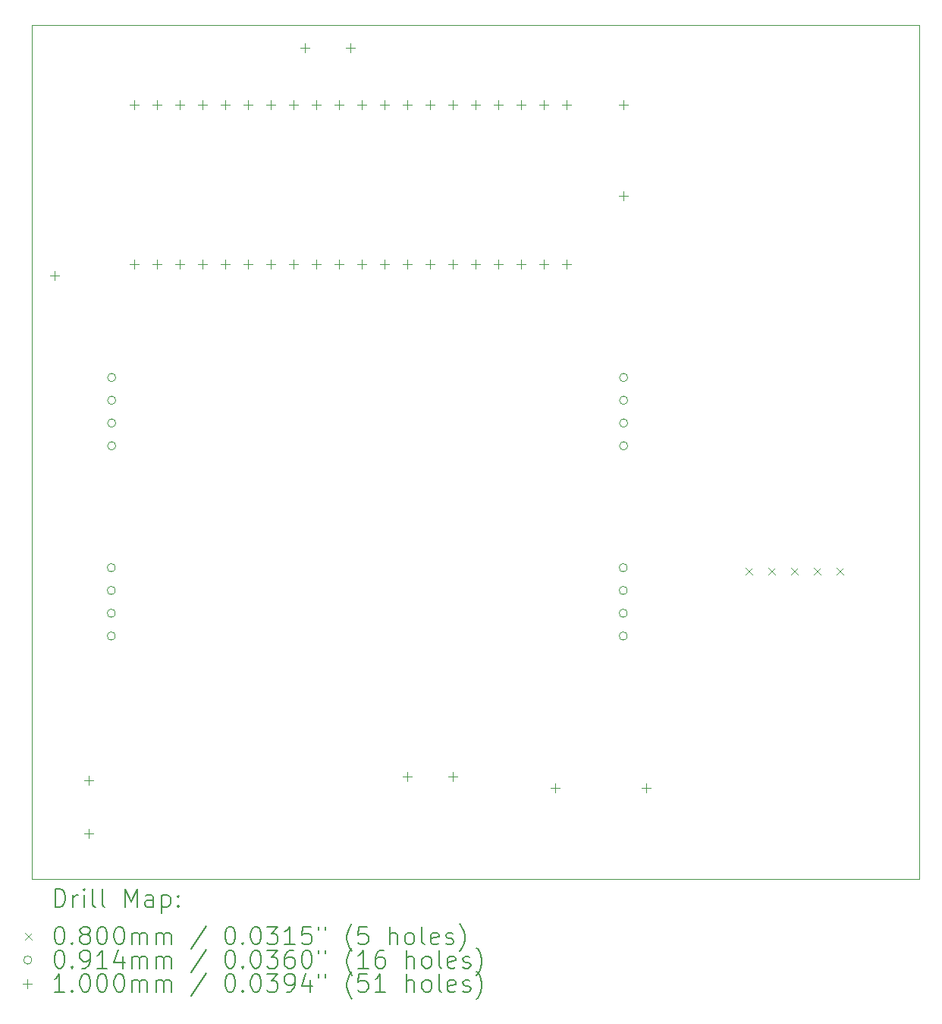
<source format=gbr>
%TF.GenerationSoftware,KiCad,Pcbnew,9.0.2*%
%TF.CreationDate,2025-06-04T18:27:00+02:00*%
%TF.ProjectId,schaltung_labor_netzteil_display,73636861-6c74-4756-9e67-5f6c61626f72,rev?*%
%TF.SameCoordinates,Original*%
%TF.FileFunction,Drillmap*%
%TF.FilePolarity,Positive*%
%FSLAX45Y45*%
G04 Gerber Fmt 4.5, Leading zero omitted, Abs format (unit mm)*
G04 Created by KiCad (PCBNEW 9.0.2) date 2025-06-04 18:27:00*
%MOMM*%
%LPD*%
G01*
G04 APERTURE LIST*
%ADD10C,0.050000*%
%ADD11C,0.200000*%
%ADD12C,0.100000*%
G04 APERTURE END LIST*
D10*
X17653000Y-2032000D02*
X27559000Y-2032000D01*
X27559000Y-11557000D01*
X17653000Y-11557000D01*
X17653000Y-2032000D01*
D11*
D12*
X25614000Y-8088000D02*
X25694000Y-8168000D01*
X25694000Y-8088000D02*
X25614000Y-8168000D01*
X25868000Y-8088000D02*
X25948000Y-8168000D01*
X25948000Y-8088000D02*
X25868000Y-8168000D01*
X26122000Y-8088000D02*
X26202000Y-8168000D01*
X26202000Y-8088000D02*
X26122000Y-8168000D01*
X26376000Y-8088000D02*
X26456000Y-8168000D01*
X26456000Y-8088000D02*
X26376000Y-8168000D01*
X26630000Y-8088000D02*
X26710000Y-8168000D01*
X26710000Y-8088000D02*
X26630000Y-8168000D01*
X18583164Y-8087532D02*
G75*
G02*
X18491724Y-8087532I-45720J0D01*
G01*
X18491724Y-8087532D02*
G75*
G02*
X18583164Y-8087532I45720J0D01*
G01*
X18583164Y-8341532D02*
G75*
G02*
X18491724Y-8341532I-45720J0D01*
G01*
X18491724Y-8341532D02*
G75*
G02*
X18583164Y-8341532I45720J0D01*
G01*
X18583164Y-8595532D02*
G75*
G02*
X18491724Y-8595532I-45720J0D01*
G01*
X18491724Y-8595532D02*
G75*
G02*
X18583164Y-8595532I45720J0D01*
G01*
X18583164Y-8849532D02*
G75*
G02*
X18491724Y-8849532I-45720J0D01*
G01*
X18491724Y-8849532D02*
G75*
G02*
X18583164Y-8849532I45720J0D01*
G01*
X18587720Y-5966000D02*
G75*
G02*
X18496280Y-5966000I-45720J0D01*
G01*
X18496280Y-5966000D02*
G75*
G02*
X18587720Y-5966000I45720J0D01*
G01*
X18587720Y-6220000D02*
G75*
G02*
X18496280Y-6220000I-45720J0D01*
G01*
X18496280Y-6220000D02*
G75*
G02*
X18587720Y-6220000I45720J0D01*
G01*
X18587720Y-6474000D02*
G75*
G02*
X18496280Y-6474000I-45720J0D01*
G01*
X18496280Y-6474000D02*
G75*
G02*
X18587720Y-6474000I45720J0D01*
G01*
X18587720Y-6728000D02*
G75*
G02*
X18496280Y-6728000I-45720J0D01*
G01*
X18496280Y-6728000D02*
G75*
G02*
X18587720Y-6728000I45720J0D01*
G01*
X24298164Y-8087532D02*
G75*
G02*
X24206724Y-8087532I-45720J0D01*
G01*
X24206724Y-8087532D02*
G75*
G02*
X24298164Y-8087532I45720J0D01*
G01*
X24298164Y-8341532D02*
G75*
G02*
X24206724Y-8341532I-45720J0D01*
G01*
X24206724Y-8341532D02*
G75*
G02*
X24298164Y-8341532I45720J0D01*
G01*
X24298164Y-8595532D02*
G75*
G02*
X24206724Y-8595532I-45720J0D01*
G01*
X24206724Y-8595532D02*
G75*
G02*
X24298164Y-8595532I45720J0D01*
G01*
X24298164Y-8849532D02*
G75*
G02*
X24206724Y-8849532I-45720J0D01*
G01*
X24206724Y-8849532D02*
G75*
G02*
X24298164Y-8849532I45720J0D01*
G01*
X24302720Y-5966000D02*
G75*
G02*
X24211280Y-5966000I-45720J0D01*
G01*
X24211280Y-5966000D02*
G75*
G02*
X24302720Y-5966000I45720J0D01*
G01*
X24302720Y-6220000D02*
G75*
G02*
X24211280Y-6220000I-45720J0D01*
G01*
X24211280Y-6220000D02*
G75*
G02*
X24302720Y-6220000I45720J0D01*
G01*
X24302720Y-6474000D02*
G75*
G02*
X24211280Y-6474000I-45720J0D01*
G01*
X24211280Y-6474000D02*
G75*
G02*
X24302720Y-6474000I45720J0D01*
G01*
X24302720Y-6728000D02*
G75*
G02*
X24211280Y-6728000I-45720J0D01*
G01*
X24211280Y-6728000D02*
G75*
G02*
X24302720Y-6728000I45720J0D01*
G01*
X17907000Y-4776000D02*
X17907000Y-4876000D01*
X17857000Y-4826000D02*
X17957000Y-4826000D01*
X18288000Y-10412000D02*
X18288000Y-10512000D01*
X18238000Y-10462000D02*
X18338000Y-10462000D01*
X18288000Y-10999000D02*
X18288000Y-11099000D01*
X18238000Y-11049000D02*
X18338000Y-11049000D01*
X18796000Y-2871000D02*
X18796000Y-2971000D01*
X18746000Y-2921000D02*
X18846000Y-2921000D01*
X18796000Y-4649000D02*
X18796000Y-4749000D01*
X18746000Y-4699000D02*
X18846000Y-4699000D01*
X19050000Y-2871000D02*
X19050000Y-2971000D01*
X19000000Y-2921000D02*
X19100000Y-2921000D01*
X19050000Y-4649000D02*
X19050000Y-4749000D01*
X19000000Y-4699000D02*
X19100000Y-4699000D01*
X19304000Y-2871000D02*
X19304000Y-2971000D01*
X19254000Y-2921000D02*
X19354000Y-2921000D01*
X19304000Y-4649000D02*
X19304000Y-4749000D01*
X19254000Y-4699000D02*
X19354000Y-4699000D01*
X19558000Y-2871000D02*
X19558000Y-2971000D01*
X19508000Y-2921000D02*
X19608000Y-2921000D01*
X19558000Y-4649000D02*
X19558000Y-4749000D01*
X19508000Y-4699000D02*
X19608000Y-4699000D01*
X19812000Y-2871000D02*
X19812000Y-2971000D01*
X19762000Y-2921000D02*
X19862000Y-2921000D01*
X19812000Y-4649000D02*
X19812000Y-4749000D01*
X19762000Y-4699000D02*
X19862000Y-4699000D01*
X20066000Y-2871000D02*
X20066000Y-2971000D01*
X20016000Y-2921000D02*
X20116000Y-2921000D01*
X20066000Y-4649000D02*
X20066000Y-4749000D01*
X20016000Y-4699000D02*
X20116000Y-4699000D01*
X20320000Y-2871000D02*
X20320000Y-2971000D01*
X20270000Y-2921000D02*
X20370000Y-2921000D01*
X20320000Y-4649000D02*
X20320000Y-4749000D01*
X20270000Y-4699000D02*
X20370000Y-4699000D01*
X20574000Y-2871000D02*
X20574000Y-2971000D01*
X20524000Y-2921000D02*
X20624000Y-2921000D01*
X20574000Y-4649000D02*
X20574000Y-4749000D01*
X20524000Y-4699000D02*
X20624000Y-4699000D01*
X20701000Y-2236000D02*
X20701000Y-2336000D01*
X20651000Y-2286000D02*
X20751000Y-2286000D01*
X20828000Y-2871000D02*
X20828000Y-2971000D01*
X20778000Y-2921000D02*
X20878000Y-2921000D01*
X20828000Y-4649000D02*
X20828000Y-4749000D01*
X20778000Y-4699000D02*
X20878000Y-4699000D01*
X21082000Y-2871000D02*
X21082000Y-2971000D01*
X21032000Y-2921000D02*
X21132000Y-2921000D01*
X21082000Y-4649000D02*
X21082000Y-4749000D01*
X21032000Y-4699000D02*
X21132000Y-4699000D01*
X21209000Y-2236000D02*
X21209000Y-2336000D01*
X21159000Y-2286000D02*
X21259000Y-2286000D01*
X21336000Y-2871000D02*
X21336000Y-2971000D01*
X21286000Y-2921000D02*
X21386000Y-2921000D01*
X21336000Y-4649000D02*
X21336000Y-4749000D01*
X21286000Y-4699000D02*
X21386000Y-4699000D01*
X21590000Y-2871000D02*
X21590000Y-2971000D01*
X21540000Y-2921000D02*
X21640000Y-2921000D01*
X21590000Y-4649000D02*
X21590000Y-4749000D01*
X21540000Y-4699000D02*
X21640000Y-4699000D01*
X21844000Y-2871000D02*
X21844000Y-2971000D01*
X21794000Y-2921000D02*
X21894000Y-2921000D01*
X21844000Y-4649000D02*
X21844000Y-4749000D01*
X21794000Y-4699000D02*
X21894000Y-4699000D01*
X21844000Y-10364000D02*
X21844000Y-10464000D01*
X21794000Y-10414000D02*
X21894000Y-10414000D01*
X22098000Y-2871000D02*
X22098000Y-2971000D01*
X22048000Y-2921000D02*
X22148000Y-2921000D01*
X22098000Y-4649000D02*
X22098000Y-4749000D01*
X22048000Y-4699000D02*
X22148000Y-4699000D01*
X22352000Y-2871000D02*
X22352000Y-2971000D01*
X22302000Y-2921000D02*
X22402000Y-2921000D01*
X22352000Y-4649000D02*
X22352000Y-4749000D01*
X22302000Y-4699000D02*
X22402000Y-4699000D01*
X22352000Y-10364000D02*
X22352000Y-10464000D01*
X22302000Y-10414000D02*
X22402000Y-10414000D01*
X22606000Y-2871000D02*
X22606000Y-2971000D01*
X22556000Y-2921000D02*
X22656000Y-2921000D01*
X22606000Y-4649000D02*
X22606000Y-4749000D01*
X22556000Y-4699000D02*
X22656000Y-4699000D01*
X22860000Y-2871000D02*
X22860000Y-2971000D01*
X22810000Y-2921000D02*
X22910000Y-2921000D01*
X22860000Y-4649000D02*
X22860000Y-4749000D01*
X22810000Y-4699000D02*
X22910000Y-4699000D01*
X23114000Y-2871000D02*
X23114000Y-2971000D01*
X23064000Y-2921000D02*
X23164000Y-2921000D01*
X23114000Y-4649000D02*
X23114000Y-4749000D01*
X23064000Y-4699000D02*
X23164000Y-4699000D01*
X23368000Y-2871000D02*
X23368000Y-2971000D01*
X23318000Y-2921000D02*
X23418000Y-2921000D01*
X23368000Y-4649000D02*
X23368000Y-4749000D01*
X23318000Y-4699000D02*
X23418000Y-4699000D01*
X23495000Y-10491000D02*
X23495000Y-10591000D01*
X23445000Y-10541000D02*
X23545000Y-10541000D01*
X23622000Y-2871000D02*
X23622000Y-2971000D01*
X23572000Y-2921000D02*
X23672000Y-2921000D01*
X23622000Y-4649000D02*
X23622000Y-4749000D01*
X23572000Y-4699000D02*
X23672000Y-4699000D01*
X24257000Y-2871000D02*
X24257000Y-2971000D01*
X24207000Y-2921000D02*
X24307000Y-2921000D01*
X24257000Y-3887000D02*
X24257000Y-3987000D01*
X24207000Y-3937000D02*
X24307000Y-3937000D01*
X24511000Y-10491000D02*
X24511000Y-10591000D01*
X24461000Y-10541000D02*
X24561000Y-10541000D01*
D11*
X17911277Y-11870984D02*
X17911277Y-11670984D01*
X17911277Y-11670984D02*
X17958896Y-11670984D01*
X17958896Y-11670984D02*
X17987467Y-11680508D01*
X17987467Y-11680508D02*
X18006515Y-11699555D01*
X18006515Y-11699555D02*
X18016039Y-11718603D01*
X18016039Y-11718603D02*
X18025563Y-11756698D01*
X18025563Y-11756698D02*
X18025563Y-11785269D01*
X18025563Y-11785269D02*
X18016039Y-11823365D01*
X18016039Y-11823365D02*
X18006515Y-11842412D01*
X18006515Y-11842412D02*
X17987467Y-11861460D01*
X17987467Y-11861460D02*
X17958896Y-11870984D01*
X17958896Y-11870984D02*
X17911277Y-11870984D01*
X18111277Y-11870984D02*
X18111277Y-11737650D01*
X18111277Y-11775746D02*
X18120801Y-11756698D01*
X18120801Y-11756698D02*
X18130324Y-11747174D01*
X18130324Y-11747174D02*
X18149372Y-11737650D01*
X18149372Y-11737650D02*
X18168420Y-11737650D01*
X18235086Y-11870984D02*
X18235086Y-11737650D01*
X18235086Y-11670984D02*
X18225563Y-11680508D01*
X18225563Y-11680508D02*
X18235086Y-11690031D01*
X18235086Y-11690031D02*
X18244610Y-11680508D01*
X18244610Y-11680508D02*
X18235086Y-11670984D01*
X18235086Y-11670984D02*
X18235086Y-11690031D01*
X18358896Y-11870984D02*
X18339848Y-11861460D01*
X18339848Y-11861460D02*
X18330324Y-11842412D01*
X18330324Y-11842412D02*
X18330324Y-11670984D01*
X18463658Y-11870984D02*
X18444610Y-11861460D01*
X18444610Y-11861460D02*
X18435086Y-11842412D01*
X18435086Y-11842412D02*
X18435086Y-11670984D01*
X18692229Y-11870984D02*
X18692229Y-11670984D01*
X18692229Y-11670984D02*
X18758896Y-11813841D01*
X18758896Y-11813841D02*
X18825563Y-11670984D01*
X18825563Y-11670984D02*
X18825563Y-11870984D01*
X19006515Y-11870984D02*
X19006515Y-11766222D01*
X19006515Y-11766222D02*
X18996991Y-11747174D01*
X18996991Y-11747174D02*
X18977944Y-11737650D01*
X18977944Y-11737650D02*
X18939848Y-11737650D01*
X18939848Y-11737650D02*
X18920801Y-11747174D01*
X19006515Y-11861460D02*
X18987467Y-11870984D01*
X18987467Y-11870984D02*
X18939848Y-11870984D01*
X18939848Y-11870984D02*
X18920801Y-11861460D01*
X18920801Y-11861460D02*
X18911277Y-11842412D01*
X18911277Y-11842412D02*
X18911277Y-11823365D01*
X18911277Y-11823365D02*
X18920801Y-11804317D01*
X18920801Y-11804317D02*
X18939848Y-11794793D01*
X18939848Y-11794793D02*
X18987467Y-11794793D01*
X18987467Y-11794793D02*
X19006515Y-11785269D01*
X19101753Y-11737650D02*
X19101753Y-11937650D01*
X19101753Y-11747174D02*
X19120801Y-11737650D01*
X19120801Y-11737650D02*
X19158896Y-11737650D01*
X19158896Y-11737650D02*
X19177944Y-11747174D01*
X19177944Y-11747174D02*
X19187467Y-11756698D01*
X19187467Y-11756698D02*
X19196991Y-11775746D01*
X19196991Y-11775746D02*
X19196991Y-11832888D01*
X19196991Y-11832888D02*
X19187467Y-11851936D01*
X19187467Y-11851936D02*
X19177944Y-11861460D01*
X19177944Y-11861460D02*
X19158896Y-11870984D01*
X19158896Y-11870984D02*
X19120801Y-11870984D01*
X19120801Y-11870984D02*
X19101753Y-11861460D01*
X19282705Y-11851936D02*
X19292229Y-11861460D01*
X19292229Y-11861460D02*
X19282705Y-11870984D01*
X19282705Y-11870984D02*
X19273182Y-11861460D01*
X19273182Y-11861460D02*
X19282705Y-11851936D01*
X19282705Y-11851936D02*
X19282705Y-11870984D01*
X19282705Y-11747174D02*
X19292229Y-11756698D01*
X19292229Y-11756698D02*
X19282705Y-11766222D01*
X19282705Y-11766222D02*
X19273182Y-11756698D01*
X19273182Y-11756698D02*
X19282705Y-11747174D01*
X19282705Y-11747174D02*
X19282705Y-11766222D01*
D12*
X17570500Y-12159500D02*
X17650500Y-12239500D01*
X17650500Y-12159500D02*
X17570500Y-12239500D01*
D11*
X17949372Y-12090984D02*
X17968420Y-12090984D01*
X17968420Y-12090984D02*
X17987467Y-12100508D01*
X17987467Y-12100508D02*
X17996991Y-12110031D01*
X17996991Y-12110031D02*
X18006515Y-12129079D01*
X18006515Y-12129079D02*
X18016039Y-12167174D01*
X18016039Y-12167174D02*
X18016039Y-12214793D01*
X18016039Y-12214793D02*
X18006515Y-12252888D01*
X18006515Y-12252888D02*
X17996991Y-12271936D01*
X17996991Y-12271936D02*
X17987467Y-12281460D01*
X17987467Y-12281460D02*
X17968420Y-12290984D01*
X17968420Y-12290984D02*
X17949372Y-12290984D01*
X17949372Y-12290984D02*
X17930324Y-12281460D01*
X17930324Y-12281460D02*
X17920801Y-12271936D01*
X17920801Y-12271936D02*
X17911277Y-12252888D01*
X17911277Y-12252888D02*
X17901753Y-12214793D01*
X17901753Y-12214793D02*
X17901753Y-12167174D01*
X17901753Y-12167174D02*
X17911277Y-12129079D01*
X17911277Y-12129079D02*
X17920801Y-12110031D01*
X17920801Y-12110031D02*
X17930324Y-12100508D01*
X17930324Y-12100508D02*
X17949372Y-12090984D01*
X18101753Y-12271936D02*
X18111277Y-12281460D01*
X18111277Y-12281460D02*
X18101753Y-12290984D01*
X18101753Y-12290984D02*
X18092229Y-12281460D01*
X18092229Y-12281460D02*
X18101753Y-12271936D01*
X18101753Y-12271936D02*
X18101753Y-12290984D01*
X18225563Y-12176698D02*
X18206515Y-12167174D01*
X18206515Y-12167174D02*
X18196991Y-12157650D01*
X18196991Y-12157650D02*
X18187467Y-12138603D01*
X18187467Y-12138603D02*
X18187467Y-12129079D01*
X18187467Y-12129079D02*
X18196991Y-12110031D01*
X18196991Y-12110031D02*
X18206515Y-12100508D01*
X18206515Y-12100508D02*
X18225563Y-12090984D01*
X18225563Y-12090984D02*
X18263658Y-12090984D01*
X18263658Y-12090984D02*
X18282705Y-12100508D01*
X18282705Y-12100508D02*
X18292229Y-12110031D01*
X18292229Y-12110031D02*
X18301753Y-12129079D01*
X18301753Y-12129079D02*
X18301753Y-12138603D01*
X18301753Y-12138603D02*
X18292229Y-12157650D01*
X18292229Y-12157650D02*
X18282705Y-12167174D01*
X18282705Y-12167174D02*
X18263658Y-12176698D01*
X18263658Y-12176698D02*
X18225563Y-12176698D01*
X18225563Y-12176698D02*
X18206515Y-12186222D01*
X18206515Y-12186222D02*
X18196991Y-12195746D01*
X18196991Y-12195746D02*
X18187467Y-12214793D01*
X18187467Y-12214793D02*
X18187467Y-12252888D01*
X18187467Y-12252888D02*
X18196991Y-12271936D01*
X18196991Y-12271936D02*
X18206515Y-12281460D01*
X18206515Y-12281460D02*
X18225563Y-12290984D01*
X18225563Y-12290984D02*
X18263658Y-12290984D01*
X18263658Y-12290984D02*
X18282705Y-12281460D01*
X18282705Y-12281460D02*
X18292229Y-12271936D01*
X18292229Y-12271936D02*
X18301753Y-12252888D01*
X18301753Y-12252888D02*
X18301753Y-12214793D01*
X18301753Y-12214793D02*
X18292229Y-12195746D01*
X18292229Y-12195746D02*
X18282705Y-12186222D01*
X18282705Y-12186222D02*
X18263658Y-12176698D01*
X18425563Y-12090984D02*
X18444610Y-12090984D01*
X18444610Y-12090984D02*
X18463658Y-12100508D01*
X18463658Y-12100508D02*
X18473182Y-12110031D01*
X18473182Y-12110031D02*
X18482705Y-12129079D01*
X18482705Y-12129079D02*
X18492229Y-12167174D01*
X18492229Y-12167174D02*
X18492229Y-12214793D01*
X18492229Y-12214793D02*
X18482705Y-12252888D01*
X18482705Y-12252888D02*
X18473182Y-12271936D01*
X18473182Y-12271936D02*
X18463658Y-12281460D01*
X18463658Y-12281460D02*
X18444610Y-12290984D01*
X18444610Y-12290984D02*
X18425563Y-12290984D01*
X18425563Y-12290984D02*
X18406515Y-12281460D01*
X18406515Y-12281460D02*
X18396991Y-12271936D01*
X18396991Y-12271936D02*
X18387467Y-12252888D01*
X18387467Y-12252888D02*
X18377944Y-12214793D01*
X18377944Y-12214793D02*
X18377944Y-12167174D01*
X18377944Y-12167174D02*
X18387467Y-12129079D01*
X18387467Y-12129079D02*
X18396991Y-12110031D01*
X18396991Y-12110031D02*
X18406515Y-12100508D01*
X18406515Y-12100508D02*
X18425563Y-12090984D01*
X18616039Y-12090984D02*
X18635086Y-12090984D01*
X18635086Y-12090984D02*
X18654134Y-12100508D01*
X18654134Y-12100508D02*
X18663658Y-12110031D01*
X18663658Y-12110031D02*
X18673182Y-12129079D01*
X18673182Y-12129079D02*
X18682705Y-12167174D01*
X18682705Y-12167174D02*
X18682705Y-12214793D01*
X18682705Y-12214793D02*
X18673182Y-12252888D01*
X18673182Y-12252888D02*
X18663658Y-12271936D01*
X18663658Y-12271936D02*
X18654134Y-12281460D01*
X18654134Y-12281460D02*
X18635086Y-12290984D01*
X18635086Y-12290984D02*
X18616039Y-12290984D01*
X18616039Y-12290984D02*
X18596991Y-12281460D01*
X18596991Y-12281460D02*
X18587467Y-12271936D01*
X18587467Y-12271936D02*
X18577944Y-12252888D01*
X18577944Y-12252888D02*
X18568420Y-12214793D01*
X18568420Y-12214793D02*
X18568420Y-12167174D01*
X18568420Y-12167174D02*
X18577944Y-12129079D01*
X18577944Y-12129079D02*
X18587467Y-12110031D01*
X18587467Y-12110031D02*
X18596991Y-12100508D01*
X18596991Y-12100508D02*
X18616039Y-12090984D01*
X18768420Y-12290984D02*
X18768420Y-12157650D01*
X18768420Y-12176698D02*
X18777944Y-12167174D01*
X18777944Y-12167174D02*
X18796991Y-12157650D01*
X18796991Y-12157650D02*
X18825563Y-12157650D01*
X18825563Y-12157650D02*
X18844610Y-12167174D01*
X18844610Y-12167174D02*
X18854134Y-12186222D01*
X18854134Y-12186222D02*
X18854134Y-12290984D01*
X18854134Y-12186222D02*
X18863658Y-12167174D01*
X18863658Y-12167174D02*
X18882705Y-12157650D01*
X18882705Y-12157650D02*
X18911277Y-12157650D01*
X18911277Y-12157650D02*
X18930325Y-12167174D01*
X18930325Y-12167174D02*
X18939848Y-12186222D01*
X18939848Y-12186222D02*
X18939848Y-12290984D01*
X19035086Y-12290984D02*
X19035086Y-12157650D01*
X19035086Y-12176698D02*
X19044610Y-12167174D01*
X19044610Y-12167174D02*
X19063658Y-12157650D01*
X19063658Y-12157650D02*
X19092229Y-12157650D01*
X19092229Y-12157650D02*
X19111277Y-12167174D01*
X19111277Y-12167174D02*
X19120801Y-12186222D01*
X19120801Y-12186222D02*
X19120801Y-12290984D01*
X19120801Y-12186222D02*
X19130325Y-12167174D01*
X19130325Y-12167174D02*
X19149372Y-12157650D01*
X19149372Y-12157650D02*
X19177944Y-12157650D01*
X19177944Y-12157650D02*
X19196991Y-12167174D01*
X19196991Y-12167174D02*
X19206515Y-12186222D01*
X19206515Y-12186222D02*
X19206515Y-12290984D01*
X19596991Y-12081460D02*
X19425563Y-12338603D01*
X19854134Y-12090984D02*
X19873182Y-12090984D01*
X19873182Y-12090984D02*
X19892229Y-12100508D01*
X19892229Y-12100508D02*
X19901753Y-12110031D01*
X19901753Y-12110031D02*
X19911277Y-12129079D01*
X19911277Y-12129079D02*
X19920801Y-12167174D01*
X19920801Y-12167174D02*
X19920801Y-12214793D01*
X19920801Y-12214793D02*
X19911277Y-12252888D01*
X19911277Y-12252888D02*
X19901753Y-12271936D01*
X19901753Y-12271936D02*
X19892229Y-12281460D01*
X19892229Y-12281460D02*
X19873182Y-12290984D01*
X19873182Y-12290984D02*
X19854134Y-12290984D01*
X19854134Y-12290984D02*
X19835087Y-12281460D01*
X19835087Y-12281460D02*
X19825563Y-12271936D01*
X19825563Y-12271936D02*
X19816039Y-12252888D01*
X19816039Y-12252888D02*
X19806515Y-12214793D01*
X19806515Y-12214793D02*
X19806515Y-12167174D01*
X19806515Y-12167174D02*
X19816039Y-12129079D01*
X19816039Y-12129079D02*
X19825563Y-12110031D01*
X19825563Y-12110031D02*
X19835087Y-12100508D01*
X19835087Y-12100508D02*
X19854134Y-12090984D01*
X20006515Y-12271936D02*
X20016039Y-12281460D01*
X20016039Y-12281460D02*
X20006515Y-12290984D01*
X20006515Y-12290984D02*
X19996991Y-12281460D01*
X19996991Y-12281460D02*
X20006515Y-12271936D01*
X20006515Y-12271936D02*
X20006515Y-12290984D01*
X20139848Y-12090984D02*
X20158896Y-12090984D01*
X20158896Y-12090984D02*
X20177944Y-12100508D01*
X20177944Y-12100508D02*
X20187468Y-12110031D01*
X20187468Y-12110031D02*
X20196991Y-12129079D01*
X20196991Y-12129079D02*
X20206515Y-12167174D01*
X20206515Y-12167174D02*
X20206515Y-12214793D01*
X20206515Y-12214793D02*
X20196991Y-12252888D01*
X20196991Y-12252888D02*
X20187468Y-12271936D01*
X20187468Y-12271936D02*
X20177944Y-12281460D01*
X20177944Y-12281460D02*
X20158896Y-12290984D01*
X20158896Y-12290984D02*
X20139848Y-12290984D01*
X20139848Y-12290984D02*
X20120801Y-12281460D01*
X20120801Y-12281460D02*
X20111277Y-12271936D01*
X20111277Y-12271936D02*
X20101753Y-12252888D01*
X20101753Y-12252888D02*
X20092229Y-12214793D01*
X20092229Y-12214793D02*
X20092229Y-12167174D01*
X20092229Y-12167174D02*
X20101753Y-12129079D01*
X20101753Y-12129079D02*
X20111277Y-12110031D01*
X20111277Y-12110031D02*
X20120801Y-12100508D01*
X20120801Y-12100508D02*
X20139848Y-12090984D01*
X20273182Y-12090984D02*
X20396991Y-12090984D01*
X20396991Y-12090984D02*
X20330325Y-12167174D01*
X20330325Y-12167174D02*
X20358896Y-12167174D01*
X20358896Y-12167174D02*
X20377944Y-12176698D01*
X20377944Y-12176698D02*
X20387468Y-12186222D01*
X20387468Y-12186222D02*
X20396991Y-12205269D01*
X20396991Y-12205269D02*
X20396991Y-12252888D01*
X20396991Y-12252888D02*
X20387468Y-12271936D01*
X20387468Y-12271936D02*
X20377944Y-12281460D01*
X20377944Y-12281460D02*
X20358896Y-12290984D01*
X20358896Y-12290984D02*
X20301753Y-12290984D01*
X20301753Y-12290984D02*
X20282706Y-12281460D01*
X20282706Y-12281460D02*
X20273182Y-12271936D01*
X20587468Y-12290984D02*
X20473182Y-12290984D01*
X20530325Y-12290984D02*
X20530325Y-12090984D01*
X20530325Y-12090984D02*
X20511277Y-12119555D01*
X20511277Y-12119555D02*
X20492229Y-12138603D01*
X20492229Y-12138603D02*
X20473182Y-12148127D01*
X20768420Y-12090984D02*
X20673182Y-12090984D01*
X20673182Y-12090984D02*
X20663658Y-12186222D01*
X20663658Y-12186222D02*
X20673182Y-12176698D01*
X20673182Y-12176698D02*
X20692229Y-12167174D01*
X20692229Y-12167174D02*
X20739849Y-12167174D01*
X20739849Y-12167174D02*
X20758896Y-12176698D01*
X20758896Y-12176698D02*
X20768420Y-12186222D01*
X20768420Y-12186222D02*
X20777944Y-12205269D01*
X20777944Y-12205269D02*
X20777944Y-12252888D01*
X20777944Y-12252888D02*
X20768420Y-12271936D01*
X20768420Y-12271936D02*
X20758896Y-12281460D01*
X20758896Y-12281460D02*
X20739849Y-12290984D01*
X20739849Y-12290984D02*
X20692229Y-12290984D01*
X20692229Y-12290984D02*
X20673182Y-12281460D01*
X20673182Y-12281460D02*
X20663658Y-12271936D01*
X20854134Y-12090984D02*
X20854134Y-12129079D01*
X20930325Y-12090984D02*
X20930325Y-12129079D01*
X21225563Y-12367174D02*
X21216039Y-12357650D01*
X21216039Y-12357650D02*
X21196991Y-12329079D01*
X21196991Y-12329079D02*
X21187468Y-12310031D01*
X21187468Y-12310031D02*
X21177944Y-12281460D01*
X21177944Y-12281460D02*
X21168420Y-12233841D01*
X21168420Y-12233841D02*
X21168420Y-12195746D01*
X21168420Y-12195746D02*
X21177944Y-12148127D01*
X21177944Y-12148127D02*
X21187468Y-12119555D01*
X21187468Y-12119555D02*
X21196991Y-12100508D01*
X21196991Y-12100508D02*
X21216039Y-12071936D01*
X21216039Y-12071936D02*
X21225563Y-12062412D01*
X21396991Y-12090984D02*
X21301753Y-12090984D01*
X21301753Y-12090984D02*
X21292230Y-12186222D01*
X21292230Y-12186222D02*
X21301753Y-12176698D01*
X21301753Y-12176698D02*
X21320801Y-12167174D01*
X21320801Y-12167174D02*
X21368420Y-12167174D01*
X21368420Y-12167174D02*
X21387468Y-12176698D01*
X21387468Y-12176698D02*
X21396991Y-12186222D01*
X21396991Y-12186222D02*
X21406515Y-12205269D01*
X21406515Y-12205269D02*
X21406515Y-12252888D01*
X21406515Y-12252888D02*
X21396991Y-12271936D01*
X21396991Y-12271936D02*
X21387468Y-12281460D01*
X21387468Y-12281460D02*
X21368420Y-12290984D01*
X21368420Y-12290984D02*
X21320801Y-12290984D01*
X21320801Y-12290984D02*
X21301753Y-12281460D01*
X21301753Y-12281460D02*
X21292230Y-12271936D01*
X21644611Y-12290984D02*
X21644611Y-12090984D01*
X21730325Y-12290984D02*
X21730325Y-12186222D01*
X21730325Y-12186222D02*
X21720801Y-12167174D01*
X21720801Y-12167174D02*
X21701753Y-12157650D01*
X21701753Y-12157650D02*
X21673182Y-12157650D01*
X21673182Y-12157650D02*
X21654134Y-12167174D01*
X21654134Y-12167174D02*
X21644611Y-12176698D01*
X21854134Y-12290984D02*
X21835087Y-12281460D01*
X21835087Y-12281460D02*
X21825563Y-12271936D01*
X21825563Y-12271936D02*
X21816039Y-12252888D01*
X21816039Y-12252888D02*
X21816039Y-12195746D01*
X21816039Y-12195746D02*
X21825563Y-12176698D01*
X21825563Y-12176698D02*
X21835087Y-12167174D01*
X21835087Y-12167174D02*
X21854134Y-12157650D01*
X21854134Y-12157650D02*
X21882706Y-12157650D01*
X21882706Y-12157650D02*
X21901753Y-12167174D01*
X21901753Y-12167174D02*
X21911277Y-12176698D01*
X21911277Y-12176698D02*
X21920801Y-12195746D01*
X21920801Y-12195746D02*
X21920801Y-12252888D01*
X21920801Y-12252888D02*
X21911277Y-12271936D01*
X21911277Y-12271936D02*
X21901753Y-12281460D01*
X21901753Y-12281460D02*
X21882706Y-12290984D01*
X21882706Y-12290984D02*
X21854134Y-12290984D01*
X22035087Y-12290984D02*
X22016039Y-12281460D01*
X22016039Y-12281460D02*
X22006515Y-12262412D01*
X22006515Y-12262412D02*
X22006515Y-12090984D01*
X22187468Y-12281460D02*
X22168420Y-12290984D01*
X22168420Y-12290984D02*
X22130325Y-12290984D01*
X22130325Y-12290984D02*
X22111277Y-12281460D01*
X22111277Y-12281460D02*
X22101753Y-12262412D01*
X22101753Y-12262412D02*
X22101753Y-12186222D01*
X22101753Y-12186222D02*
X22111277Y-12167174D01*
X22111277Y-12167174D02*
X22130325Y-12157650D01*
X22130325Y-12157650D02*
X22168420Y-12157650D01*
X22168420Y-12157650D02*
X22187468Y-12167174D01*
X22187468Y-12167174D02*
X22196992Y-12186222D01*
X22196992Y-12186222D02*
X22196992Y-12205269D01*
X22196992Y-12205269D02*
X22101753Y-12224317D01*
X22273182Y-12281460D02*
X22292230Y-12290984D01*
X22292230Y-12290984D02*
X22330325Y-12290984D01*
X22330325Y-12290984D02*
X22349373Y-12281460D01*
X22349373Y-12281460D02*
X22358896Y-12262412D01*
X22358896Y-12262412D02*
X22358896Y-12252888D01*
X22358896Y-12252888D02*
X22349373Y-12233841D01*
X22349373Y-12233841D02*
X22330325Y-12224317D01*
X22330325Y-12224317D02*
X22301753Y-12224317D01*
X22301753Y-12224317D02*
X22282706Y-12214793D01*
X22282706Y-12214793D02*
X22273182Y-12195746D01*
X22273182Y-12195746D02*
X22273182Y-12186222D01*
X22273182Y-12186222D02*
X22282706Y-12167174D01*
X22282706Y-12167174D02*
X22301753Y-12157650D01*
X22301753Y-12157650D02*
X22330325Y-12157650D01*
X22330325Y-12157650D02*
X22349373Y-12167174D01*
X22425563Y-12367174D02*
X22435087Y-12357650D01*
X22435087Y-12357650D02*
X22454134Y-12329079D01*
X22454134Y-12329079D02*
X22463658Y-12310031D01*
X22463658Y-12310031D02*
X22473182Y-12281460D01*
X22473182Y-12281460D02*
X22482706Y-12233841D01*
X22482706Y-12233841D02*
X22482706Y-12195746D01*
X22482706Y-12195746D02*
X22473182Y-12148127D01*
X22473182Y-12148127D02*
X22463658Y-12119555D01*
X22463658Y-12119555D02*
X22454134Y-12100508D01*
X22454134Y-12100508D02*
X22435087Y-12071936D01*
X22435087Y-12071936D02*
X22425563Y-12062412D01*
D12*
X17650500Y-12463500D02*
G75*
G02*
X17559060Y-12463500I-45720J0D01*
G01*
X17559060Y-12463500D02*
G75*
G02*
X17650500Y-12463500I45720J0D01*
G01*
D11*
X17949372Y-12354984D02*
X17968420Y-12354984D01*
X17968420Y-12354984D02*
X17987467Y-12364508D01*
X17987467Y-12364508D02*
X17996991Y-12374031D01*
X17996991Y-12374031D02*
X18006515Y-12393079D01*
X18006515Y-12393079D02*
X18016039Y-12431174D01*
X18016039Y-12431174D02*
X18016039Y-12478793D01*
X18016039Y-12478793D02*
X18006515Y-12516888D01*
X18006515Y-12516888D02*
X17996991Y-12535936D01*
X17996991Y-12535936D02*
X17987467Y-12545460D01*
X17987467Y-12545460D02*
X17968420Y-12554984D01*
X17968420Y-12554984D02*
X17949372Y-12554984D01*
X17949372Y-12554984D02*
X17930324Y-12545460D01*
X17930324Y-12545460D02*
X17920801Y-12535936D01*
X17920801Y-12535936D02*
X17911277Y-12516888D01*
X17911277Y-12516888D02*
X17901753Y-12478793D01*
X17901753Y-12478793D02*
X17901753Y-12431174D01*
X17901753Y-12431174D02*
X17911277Y-12393079D01*
X17911277Y-12393079D02*
X17920801Y-12374031D01*
X17920801Y-12374031D02*
X17930324Y-12364508D01*
X17930324Y-12364508D02*
X17949372Y-12354984D01*
X18101753Y-12535936D02*
X18111277Y-12545460D01*
X18111277Y-12545460D02*
X18101753Y-12554984D01*
X18101753Y-12554984D02*
X18092229Y-12545460D01*
X18092229Y-12545460D02*
X18101753Y-12535936D01*
X18101753Y-12535936D02*
X18101753Y-12554984D01*
X18206515Y-12554984D02*
X18244610Y-12554984D01*
X18244610Y-12554984D02*
X18263658Y-12545460D01*
X18263658Y-12545460D02*
X18273182Y-12535936D01*
X18273182Y-12535936D02*
X18292229Y-12507365D01*
X18292229Y-12507365D02*
X18301753Y-12469269D01*
X18301753Y-12469269D02*
X18301753Y-12393079D01*
X18301753Y-12393079D02*
X18292229Y-12374031D01*
X18292229Y-12374031D02*
X18282705Y-12364508D01*
X18282705Y-12364508D02*
X18263658Y-12354984D01*
X18263658Y-12354984D02*
X18225563Y-12354984D01*
X18225563Y-12354984D02*
X18206515Y-12364508D01*
X18206515Y-12364508D02*
X18196991Y-12374031D01*
X18196991Y-12374031D02*
X18187467Y-12393079D01*
X18187467Y-12393079D02*
X18187467Y-12440698D01*
X18187467Y-12440698D02*
X18196991Y-12459746D01*
X18196991Y-12459746D02*
X18206515Y-12469269D01*
X18206515Y-12469269D02*
X18225563Y-12478793D01*
X18225563Y-12478793D02*
X18263658Y-12478793D01*
X18263658Y-12478793D02*
X18282705Y-12469269D01*
X18282705Y-12469269D02*
X18292229Y-12459746D01*
X18292229Y-12459746D02*
X18301753Y-12440698D01*
X18492229Y-12554984D02*
X18377944Y-12554984D01*
X18435086Y-12554984D02*
X18435086Y-12354984D01*
X18435086Y-12354984D02*
X18416039Y-12383555D01*
X18416039Y-12383555D02*
X18396991Y-12402603D01*
X18396991Y-12402603D02*
X18377944Y-12412127D01*
X18663658Y-12421650D02*
X18663658Y-12554984D01*
X18616039Y-12345460D02*
X18568420Y-12488317D01*
X18568420Y-12488317D02*
X18692229Y-12488317D01*
X18768420Y-12554984D02*
X18768420Y-12421650D01*
X18768420Y-12440698D02*
X18777944Y-12431174D01*
X18777944Y-12431174D02*
X18796991Y-12421650D01*
X18796991Y-12421650D02*
X18825563Y-12421650D01*
X18825563Y-12421650D02*
X18844610Y-12431174D01*
X18844610Y-12431174D02*
X18854134Y-12450222D01*
X18854134Y-12450222D02*
X18854134Y-12554984D01*
X18854134Y-12450222D02*
X18863658Y-12431174D01*
X18863658Y-12431174D02*
X18882705Y-12421650D01*
X18882705Y-12421650D02*
X18911277Y-12421650D01*
X18911277Y-12421650D02*
X18930325Y-12431174D01*
X18930325Y-12431174D02*
X18939848Y-12450222D01*
X18939848Y-12450222D02*
X18939848Y-12554984D01*
X19035086Y-12554984D02*
X19035086Y-12421650D01*
X19035086Y-12440698D02*
X19044610Y-12431174D01*
X19044610Y-12431174D02*
X19063658Y-12421650D01*
X19063658Y-12421650D02*
X19092229Y-12421650D01*
X19092229Y-12421650D02*
X19111277Y-12431174D01*
X19111277Y-12431174D02*
X19120801Y-12450222D01*
X19120801Y-12450222D02*
X19120801Y-12554984D01*
X19120801Y-12450222D02*
X19130325Y-12431174D01*
X19130325Y-12431174D02*
X19149372Y-12421650D01*
X19149372Y-12421650D02*
X19177944Y-12421650D01*
X19177944Y-12421650D02*
X19196991Y-12431174D01*
X19196991Y-12431174D02*
X19206515Y-12450222D01*
X19206515Y-12450222D02*
X19206515Y-12554984D01*
X19596991Y-12345460D02*
X19425563Y-12602603D01*
X19854134Y-12354984D02*
X19873182Y-12354984D01*
X19873182Y-12354984D02*
X19892229Y-12364508D01*
X19892229Y-12364508D02*
X19901753Y-12374031D01*
X19901753Y-12374031D02*
X19911277Y-12393079D01*
X19911277Y-12393079D02*
X19920801Y-12431174D01*
X19920801Y-12431174D02*
X19920801Y-12478793D01*
X19920801Y-12478793D02*
X19911277Y-12516888D01*
X19911277Y-12516888D02*
X19901753Y-12535936D01*
X19901753Y-12535936D02*
X19892229Y-12545460D01*
X19892229Y-12545460D02*
X19873182Y-12554984D01*
X19873182Y-12554984D02*
X19854134Y-12554984D01*
X19854134Y-12554984D02*
X19835087Y-12545460D01*
X19835087Y-12545460D02*
X19825563Y-12535936D01*
X19825563Y-12535936D02*
X19816039Y-12516888D01*
X19816039Y-12516888D02*
X19806515Y-12478793D01*
X19806515Y-12478793D02*
X19806515Y-12431174D01*
X19806515Y-12431174D02*
X19816039Y-12393079D01*
X19816039Y-12393079D02*
X19825563Y-12374031D01*
X19825563Y-12374031D02*
X19835087Y-12364508D01*
X19835087Y-12364508D02*
X19854134Y-12354984D01*
X20006515Y-12535936D02*
X20016039Y-12545460D01*
X20016039Y-12545460D02*
X20006515Y-12554984D01*
X20006515Y-12554984D02*
X19996991Y-12545460D01*
X19996991Y-12545460D02*
X20006515Y-12535936D01*
X20006515Y-12535936D02*
X20006515Y-12554984D01*
X20139848Y-12354984D02*
X20158896Y-12354984D01*
X20158896Y-12354984D02*
X20177944Y-12364508D01*
X20177944Y-12364508D02*
X20187468Y-12374031D01*
X20187468Y-12374031D02*
X20196991Y-12393079D01*
X20196991Y-12393079D02*
X20206515Y-12431174D01*
X20206515Y-12431174D02*
X20206515Y-12478793D01*
X20206515Y-12478793D02*
X20196991Y-12516888D01*
X20196991Y-12516888D02*
X20187468Y-12535936D01*
X20187468Y-12535936D02*
X20177944Y-12545460D01*
X20177944Y-12545460D02*
X20158896Y-12554984D01*
X20158896Y-12554984D02*
X20139848Y-12554984D01*
X20139848Y-12554984D02*
X20120801Y-12545460D01*
X20120801Y-12545460D02*
X20111277Y-12535936D01*
X20111277Y-12535936D02*
X20101753Y-12516888D01*
X20101753Y-12516888D02*
X20092229Y-12478793D01*
X20092229Y-12478793D02*
X20092229Y-12431174D01*
X20092229Y-12431174D02*
X20101753Y-12393079D01*
X20101753Y-12393079D02*
X20111277Y-12374031D01*
X20111277Y-12374031D02*
X20120801Y-12364508D01*
X20120801Y-12364508D02*
X20139848Y-12354984D01*
X20273182Y-12354984D02*
X20396991Y-12354984D01*
X20396991Y-12354984D02*
X20330325Y-12431174D01*
X20330325Y-12431174D02*
X20358896Y-12431174D01*
X20358896Y-12431174D02*
X20377944Y-12440698D01*
X20377944Y-12440698D02*
X20387468Y-12450222D01*
X20387468Y-12450222D02*
X20396991Y-12469269D01*
X20396991Y-12469269D02*
X20396991Y-12516888D01*
X20396991Y-12516888D02*
X20387468Y-12535936D01*
X20387468Y-12535936D02*
X20377944Y-12545460D01*
X20377944Y-12545460D02*
X20358896Y-12554984D01*
X20358896Y-12554984D02*
X20301753Y-12554984D01*
X20301753Y-12554984D02*
X20282706Y-12545460D01*
X20282706Y-12545460D02*
X20273182Y-12535936D01*
X20568420Y-12354984D02*
X20530325Y-12354984D01*
X20530325Y-12354984D02*
X20511277Y-12364508D01*
X20511277Y-12364508D02*
X20501753Y-12374031D01*
X20501753Y-12374031D02*
X20482706Y-12402603D01*
X20482706Y-12402603D02*
X20473182Y-12440698D01*
X20473182Y-12440698D02*
X20473182Y-12516888D01*
X20473182Y-12516888D02*
X20482706Y-12535936D01*
X20482706Y-12535936D02*
X20492229Y-12545460D01*
X20492229Y-12545460D02*
X20511277Y-12554984D01*
X20511277Y-12554984D02*
X20549372Y-12554984D01*
X20549372Y-12554984D02*
X20568420Y-12545460D01*
X20568420Y-12545460D02*
X20577944Y-12535936D01*
X20577944Y-12535936D02*
X20587468Y-12516888D01*
X20587468Y-12516888D02*
X20587468Y-12469269D01*
X20587468Y-12469269D02*
X20577944Y-12450222D01*
X20577944Y-12450222D02*
X20568420Y-12440698D01*
X20568420Y-12440698D02*
X20549372Y-12431174D01*
X20549372Y-12431174D02*
X20511277Y-12431174D01*
X20511277Y-12431174D02*
X20492229Y-12440698D01*
X20492229Y-12440698D02*
X20482706Y-12450222D01*
X20482706Y-12450222D02*
X20473182Y-12469269D01*
X20711277Y-12354984D02*
X20730325Y-12354984D01*
X20730325Y-12354984D02*
X20749372Y-12364508D01*
X20749372Y-12364508D02*
X20758896Y-12374031D01*
X20758896Y-12374031D02*
X20768420Y-12393079D01*
X20768420Y-12393079D02*
X20777944Y-12431174D01*
X20777944Y-12431174D02*
X20777944Y-12478793D01*
X20777944Y-12478793D02*
X20768420Y-12516888D01*
X20768420Y-12516888D02*
X20758896Y-12535936D01*
X20758896Y-12535936D02*
X20749372Y-12545460D01*
X20749372Y-12545460D02*
X20730325Y-12554984D01*
X20730325Y-12554984D02*
X20711277Y-12554984D01*
X20711277Y-12554984D02*
X20692229Y-12545460D01*
X20692229Y-12545460D02*
X20682706Y-12535936D01*
X20682706Y-12535936D02*
X20673182Y-12516888D01*
X20673182Y-12516888D02*
X20663658Y-12478793D01*
X20663658Y-12478793D02*
X20663658Y-12431174D01*
X20663658Y-12431174D02*
X20673182Y-12393079D01*
X20673182Y-12393079D02*
X20682706Y-12374031D01*
X20682706Y-12374031D02*
X20692229Y-12364508D01*
X20692229Y-12364508D02*
X20711277Y-12354984D01*
X20854134Y-12354984D02*
X20854134Y-12393079D01*
X20930325Y-12354984D02*
X20930325Y-12393079D01*
X21225563Y-12631174D02*
X21216039Y-12621650D01*
X21216039Y-12621650D02*
X21196991Y-12593079D01*
X21196991Y-12593079D02*
X21187468Y-12574031D01*
X21187468Y-12574031D02*
X21177944Y-12545460D01*
X21177944Y-12545460D02*
X21168420Y-12497841D01*
X21168420Y-12497841D02*
X21168420Y-12459746D01*
X21168420Y-12459746D02*
X21177944Y-12412127D01*
X21177944Y-12412127D02*
X21187468Y-12383555D01*
X21187468Y-12383555D02*
X21196991Y-12364508D01*
X21196991Y-12364508D02*
X21216039Y-12335936D01*
X21216039Y-12335936D02*
X21225563Y-12326412D01*
X21406515Y-12554984D02*
X21292230Y-12554984D01*
X21349372Y-12554984D02*
X21349372Y-12354984D01*
X21349372Y-12354984D02*
X21330325Y-12383555D01*
X21330325Y-12383555D02*
X21311277Y-12402603D01*
X21311277Y-12402603D02*
X21292230Y-12412127D01*
X21577944Y-12354984D02*
X21539849Y-12354984D01*
X21539849Y-12354984D02*
X21520801Y-12364508D01*
X21520801Y-12364508D02*
X21511277Y-12374031D01*
X21511277Y-12374031D02*
X21492230Y-12402603D01*
X21492230Y-12402603D02*
X21482706Y-12440698D01*
X21482706Y-12440698D02*
X21482706Y-12516888D01*
X21482706Y-12516888D02*
X21492230Y-12535936D01*
X21492230Y-12535936D02*
X21501753Y-12545460D01*
X21501753Y-12545460D02*
X21520801Y-12554984D01*
X21520801Y-12554984D02*
X21558896Y-12554984D01*
X21558896Y-12554984D02*
X21577944Y-12545460D01*
X21577944Y-12545460D02*
X21587468Y-12535936D01*
X21587468Y-12535936D02*
X21596991Y-12516888D01*
X21596991Y-12516888D02*
X21596991Y-12469269D01*
X21596991Y-12469269D02*
X21587468Y-12450222D01*
X21587468Y-12450222D02*
X21577944Y-12440698D01*
X21577944Y-12440698D02*
X21558896Y-12431174D01*
X21558896Y-12431174D02*
X21520801Y-12431174D01*
X21520801Y-12431174D02*
X21501753Y-12440698D01*
X21501753Y-12440698D02*
X21492230Y-12450222D01*
X21492230Y-12450222D02*
X21482706Y-12469269D01*
X21835087Y-12554984D02*
X21835087Y-12354984D01*
X21920801Y-12554984D02*
X21920801Y-12450222D01*
X21920801Y-12450222D02*
X21911277Y-12431174D01*
X21911277Y-12431174D02*
X21892230Y-12421650D01*
X21892230Y-12421650D02*
X21863658Y-12421650D01*
X21863658Y-12421650D02*
X21844611Y-12431174D01*
X21844611Y-12431174D02*
X21835087Y-12440698D01*
X22044611Y-12554984D02*
X22025563Y-12545460D01*
X22025563Y-12545460D02*
X22016039Y-12535936D01*
X22016039Y-12535936D02*
X22006515Y-12516888D01*
X22006515Y-12516888D02*
X22006515Y-12459746D01*
X22006515Y-12459746D02*
X22016039Y-12440698D01*
X22016039Y-12440698D02*
X22025563Y-12431174D01*
X22025563Y-12431174D02*
X22044611Y-12421650D01*
X22044611Y-12421650D02*
X22073182Y-12421650D01*
X22073182Y-12421650D02*
X22092230Y-12431174D01*
X22092230Y-12431174D02*
X22101753Y-12440698D01*
X22101753Y-12440698D02*
X22111277Y-12459746D01*
X22111277Y-12459746D02*
X22111277Y-12516888D01*
X22111277Y-12516888D02*
X22101753Y-12535936D01*
X22101753Y-12535936D02*
X22092230Y-12545460D01*
X22092230Y-12545460D02*
X22073182Y-12554984D01*
X22073182Y-12554984D02*
X22044611Y-12554984D01*
X22225563Y-12554984D02*
X22206515Y-12545460D01*
X22206515Y-12545460D02*
X22196992Y-12526412D01*
X22196992Y-12526412D02*
X22196992Y-12354984D01*
X22377944Y-12545460D02*
X22358896Y-12554984D01*
X22358896Y-12554984D02*
X22320801Y-12554984D01*
X22320801Y-12554984D02*
X22301753Y-12545460D01*
X22301753Y-12545460D02*
X22292230Y-12526412D01*
X22292230Y-12526412D02*
X22292230Y-12450222D01*
X22292230Y-12450222D02*
X22301753Y-12431174D01*
X22301753Y-12431174D02*
X22320801Y-12421650D01*
X22320801Y-12421650D02*
X22358896Y-12421650D01*
X22358896Y-12421650D02*
X22377944Y-12431174D01*
X22377944Y-12431174D02*
X22387468Y-12450222D01*
X22387468Y-12450222D02*
X22387468Y-12469269D01*
X22387468Y-12469269D02*
X22292230Y-12488317D01*
X22463658Y-12545460D02*
X22482706Y-12554984D01*
X22482706Y-12554984D02*
X22520801Y-12554984D01*
X22520801Y-12554984D02*
X22539849Y-12545460D01*
X22539849Y-12545460D02*
X22549372Y-12526412D01*
X22549372Y-12526412D02*
X22549372Y-12516888D01*
X22549372Y-12516888D02*
X22539849Y-12497841D01*
X22539849Y-12497841D02*
X22520801Y-12488317D01*
X22520801Y-12488317D02*
X22492230Y-12488317D01*
X22492230Y-12488317D02*
X22473182Y-12478793D01*
X22473182Y-12478793D02*
X22463658Y-12459746D01*
X22463658Y-12459746D02*
X22463658Y-12450222D01*
X22463658Y-12450222D02*
X22473182Y-12431174D01*
X22473182Y-12431174D02*
X22492230Y-12421650D01*
X22492230Y-12421650D02*
X22520801Y-12421650D01*
X22520801Y-12421650D02*
X22539849Y-12431174D01*
X22616039Y-12631174D02*
X22625563Y-12621650D01*
X22625563Y-12621650D02*
X22644611Y-12593079D01*
X22644611Y-12593079D02*
X22654134Y-12574031D01*
X22654134Y-12574031D02*
X22663658Y-12545460D01*
X22663658Y-12545460D02*
X22673182Y-12497841D01*
X22673182Y-12497841D02*
X22673182Y-12459746D01*
X22673182Y-12459746D02*
X22663658Y-12412127D01*
X22663658Y-12412127D02*
X22654134Y-12383555D01*
X22654134Y-12383555D02*
X22644611Y-12364508D01*
X22644611Y-12364508D02*
X22625563Y-12335936D01*
X22625563Y-12335936D02*
X22616039Y-12326412D01*
D12*
X17600500Y-12677500D02*
X17600500Y-12777500D01*
X17550500Y-12727500D02*
X17650500Y-12727500D01*
D11*
X18016039Y-12818984D02*
X17901753Y-12818984D01*
X17958896Y-12818984D02*
X17958896Y-12618984D01*
X17958896Y-12618984D02*
X17939848Y-12647555D01*
X17939848Y-12647555D02*
X17920801Y-12666603D01*
X17920801Y-12666603D02*
X17901753Y-12676127D01*
X18101753Y-12799936D02*
X18111277Y-12809460D01*
X18111277Y-12809460D02*
X18101753Y-12818984D01*
X18101753Y-12818984D02*
X18092229Y-12809460D01*
X18092229Y-12809460D02*
X18101753Y-12799936D01*
X18101753Y-12799936D02*
X18101753Y-12818984D01*
X18235086Y-12618984D02*
X18254134Y-12618984D01*
X18254134Y-12618984D02*
X18273182Y-12628508D01*
X18273182Y-12628508D02*
X18282705Y-12638031D01*
X18282705Y-12638031D02*
X18292229Y-12657079D01*
X18292229Y-12657079D02*
X18301753Y-12695174D01*
X18301753Y-12695174D02*
X18301753Y-12742793D01*
X18301753Y-12742793D02*
X18292229Y-12780888D01*
X18292229Y-12780888D02*
X18282705Y-12799936D01*
X18282705Y-12799936D02*
X18273182Y-12809460D01*
X18273182Y-12809460D02*
X18254134Y-12818984D01*
X18254134Y-12818984D02*
X18235086Y-12818984D01*
X18235086Y-12818984D02*
X18216039Y-12809460D01*
X18216039Y-12809460D02*
X18206515Y-12799936D01*
X18206515Y-12799936D02*
X18196991Y-12780888D01*
X18196991Y-12780888D02*
X18187467Y-12742793D01*
X18187467Y-12742793D02*
X18187467Y-12695174D01*
X18187467Y-12695174D02*
X18196991Y-12657079D01*
X18196991Y-12657079D02*
X18206515Y-12638031D01*
X18206515Y-12638031D02*
X18216039Y-12628508D01*
X18216039Y-12628508D02*
X18235086Y-12618984D01*
X18425563Y-12618984D02*
X18444610Y-12618984D01*
X18444610Y-12618984D02*
X18463658Y-12628508D01*
X18463658Y-12628508D02*
X18473182Y-12638031D01*
X18473182Y-12638031D02*
X18482705Y-12657079D01*
X18482705Y-12657079D02*
X18492229Y-12695174D01*
X18492229Y-12695174D02*
X18492229Y-12742793D01*
X18492229Y-12742793D02*
X18482705Y-12780888D01*
X18482705Y-12780888D02*
X18473182Y-12799936D01*
X18473182Y-12799936D02*
X18463658Y-12809460D01*
X18463658Y-12809460D02*
X18444610Y-12818984D01*
X18444610Y-12818984D02*
X18425563Y-12818984D01*
X18425563Y-12818984D02*
X18406515Y-12809460D01*
X18406515Y-12809460D02*
X18396991Y-12799936D01*
X18396991Y-12799936D02*
X18387467Y-12780888D01*
X18387467Y-12780888D02*
X18377944Y-12742793D01*
X18377944Y-12742793D02*
X18377944Y-12695174D01*
X18377944Y-12695174D02*
X18387467Y-12657079D01*
X18387467Y-12657079D02*
X18396991Y-12638031D01*
X18396991Y-12638031D02*
X18406515Y-12628508D01*
X18406515Y-12628508D02*
X18425563Y-12618984D01*
X18616039Y-12618984D02*
X18635086Y-12618984D01*
X18635086Y-12618984D02*
X18654134Y-12628508D01*
X18654134Y-12628508D02*
X18663658Y-12638031D01*
X18663658Y-12638031D02*
X18673182Y-12657079D01*
X18673182Y-12657079D02*
X18682705Y-12695174D01*
X18682705Y-12695174D02*
X18682705Y-12742793D01*
X18682705Y-12742793D02*
X18673182Y-12780888D01*
X18673182Y-12780888D02*
X18663658Y-12799936D01*
X18663658Y-12799936D02*
X18654134Y-12809460D01*
X18654134Y-12809460D02*
X18635086Y-12818984D01*
X18635086Y-12818984D02*
X18616039Y-12818984D01*
X18616039Y-12818984D02*
X18596991Y-12809460D01*
X18596991Y-12809460D02*
X18587467Y-12799936D01*
X18587467Y-12799936D02*
X18577944Y-12780888D01*
X18577944Y-12780888D02*
X18568420Y-12742793D01*
X18568420Y-12742793D02*
X18568420Y-12695174D01*
X18568420Y-12695174D02*
X18577944Y-12657079D01*
X18577944Y-12657079D02*
X18587467Y-12638031D01*
X18587467Y-12638031D02*
X18596991Y-12628508D01*
X18596991Y-12628508D02*
X18616039Y-12618984D01*
X18768420Y-12818984D02*
X18768420Y-12685650D01*
X18768420Y-12704698D02*
X18777944Y-12695174D01*
X18777944Y-12695174D02*
X18796991Y-12685650D01*
X18796991Y-12685650D02*
X18825563Y-12685650D01*
X18825563Y-12685650D02*
X18844610Y-12695174D01*
X18844610Y-12695174D02*
X18854134Y-12714222D01*
X18854134Y-12714222D02*
X18854134Y-12818984D01*
X18854134Y-12714222D02*
X18863658Y-12695174D01*
X18863658Y-12695174D02*
X18882705Y-12685650D01*
X18882705Y-12685650D02*
X18911277Y-12685650D01*
X18911277Y-12685650D02*
X18930325Y-12695174D01*
X18930325Y-12695174D02*
X18939848Y-12714222D01*
X18939848Y-12714222D02*
X18939848Y-12818984D01*
X19035086Y-12818984D02*
X19035086Y-12685650D01*
X19035086Y-12704698D02*
X19044610Y-12695174D01*
X19044610Y-12695174D02*
X19063658Y-12685650D01*
X19063658Y-12685650D02*
X19092229Y-12685650D01*
X19092229Y-12685650D02*
X19111277Y-12695174D01*
X19111277Y-12695174D02*
X19120801Y-12714222D01*
X19120801Y-12714222D02*
X19120801Y-12818984D01*
X19120801Y-12714222D02*
X19130325Y-12695174D01*
X19130325Y-12695174D02*
X19149372Y-12685650D01*
X19149372Y-12685650D02*
X19177944Y-12685650D01*
X19177944Y-12685650D02*
X19196991Y-12695174D01*
X19196991Y-12695174D02*
X19206515Y-12714222D01*
X19206515Y-12714222D02*
X19206515Y-12818984D01*
X19596991Y-12609460D02*
X19425563Y-12866603D01*
X19854134Y-12618984D02*
X19873182Y-12618984D01*
X19873182Y-12618984D02*
X19892229Y-12628508D01*
X19892229Y-12628508D02*
X19901753Y-12638031D01*
X19901753Y-12638031D02*
X19911277Y-12657079D01*
X19911277Y-12657079D02*
X19920801Y-12695174D01*
X19920801Y-12695174D02*
X19920801Y-12742793D01*
X19920801Y-12742793D02*
X19911277Y-12780888D01*
X19911277Y-12780888D02*
X19901753Y-12799936D01*
X19901753Y-12799936D02*
X19892229Y-12809460D01*
X19892229Y-12809460D02*
X19873182Y-12818984D01*
X19873182Y-12818984D02*
X19854134Y-12818984D01*
X19854134Y-12818984D02*
X19835087Y-12809460D01*
X19835087Y-12809460D02*
X19825563Y-12799936D01*
X19825563Y-12799936D02*
X19816039Y-12780888D01*
X19816039Y-12780888D02*
X19806515Y-12742793D01*
X19806515Y-12742793D02*
X19806515Y-12695174D01*
X19806515Y-12695174D02*
X19816039Y-12657079D01*
X19816039Y-12657079D02*
X19825563Y-12638031D01*
X19825563Y-12638031D02*
X19835087Y-12628508D01*
X19835087Y-12628508D02*
X19854134Y-12618984D01*
X20006515Y-12799936D02*
X20016039Y-12809460D01*
X20016039Y-12809460D02*
X20006515Y-12818984D01*
X20006515Y-12818984D02*
X19996991Y-12809460D01*
X19996991Y-12809460D02*
X20006515Y-12799936D01*
X20006515Y-12799936D02*
X20006515Y-12818984D01*
X20139848Y-12618984D02*
X20158896Y-12618984D01*
X20158896Y-12618984D02*
X20177944Y-12628508D01*
X20177944Y-12628508D02*
X20187468Y-12638031D01*
X20187468Y-12638031D02*
X20196991Y-12657079D01*
X20196991Y-12657079D02*
X20206515Y-12695174D01*
X20206515Y-12695174D02*
X20206515Y-12742793D01*
X20206515Y-12742793D02*
X20196991Y-12780888D01*
X20196991Y-12780888D02*
X20187468Y-12799936D01*
X20187468Y-12799936D02*
X20177944Y-12809460D01*
X20177944Y-12809460D02*
X20158896Y-12818984D01*
X20158896Y-12818984D02*
X20139848Y-12818984D01*
X20139848Y-12818984D02*
X20120801Y-12809460D01*
X20120801Y-12809460D02*
X20111277Y-12799936D01*
X20111277Y-12799936D02*
X20101753Y-12780888D01*
X20101753Y-12780888D02*
X20092229Y-12742793D01*
X20092229Y-12742793D02*
X20092229Y-12695174D01*
X20092229Y-12695174D02*
X20101753Y-12657079D01*
X20101753Y-12657079D02*
X20111277Y-12638031D01*
X20111277Y-12638031D02*
X20120801Y-12628508D01*
X20120801Y-12628508D02*
X20139848Y-12618984D01*
X20273182Y-12618984D02*
X20396991Y-12618984D01*
X20396991Y-12618984D02*
X20330325Y-12695174D01*
X20330325Y-12695174D02*
X20358896Y-12695174D01*
X20358896Y-12695174D02*
X20377944Y-12704698D01*
X20377944Y-12704698D02*
X20387468Y-12714222D01*
X20387468Y-12714222D02*
X20396991Y-12733269D01*
X20396991Y-12733269D02*
X20396991Y-12780888D01*
X20396991Y-12780888D02*
X20387468Y-12799936D01*
X20387468Y-12799936D02*
X20377944Y-12809460D01*
X20377944Y-12809460D02*
X20358896Y-12818984D01*
X20358896Y-12818984D02*
X20301753Y-12818984D01*
X20301753Y-12818984D02*
X20282706Y-12809460D01*
X20282706Y-12809460D02*
X20273182Y-12799936D01*
X20492229Y-12818984D02*
X20530325Y-12818984D01*
X20530325Y-12818984D02*
X20549372Y-12809460D01*
X20549372Y-12809460D02*
X20558896Y-12799936D01*
X20558896Y-12799936D02*
X20577944Y-12771365D01*
X20577944Y-12771365D02*
X20587468Y-12733269D01*
X20587468Y-12733269D02*
X20587468Y-12657079D01*
X20587468Y-12657079D02*
X20577944Y-12638031D01*
X20577944Y-12638031D02*
X20568420Y-12628508D01*
X20568420Y-12628508D02*
X20549372Y-12618984D01*
X20549372Y-12618984D02*
X20511277Y-12618984D01*
X20511277Y-12618984D02*
X20492229Y-12628508D01*
X20492229Y-12628508D02*
X20482706Y-12638031D01*
X20482706Y-12638031D02*
X20473182Y-12657079D01*
X20473182Y-12657079D02*
X20473182Y-12704698D01*
X20473182Y-12704698D02*
X20482706Y-12723746D01*
X20482706Y-12723746D02*
X20492229Y-12733269D01*
X20492229Y-12733269D02*
X20511277Y-12742793D01*
X20511277Y-12742793D02*
X20549372Y-12742793D01*
X20549372Y-12742793D02*
X20568420Y-12733269D01*
X20568420Y-12733269D02*
X20577944Y-12723746D01*
X20577944Y-12723746D02*
X20587468Y-12704698D01*
X20758896Y-12685650D02*
X20758896Y-12818984D01*
X20711277Y-12609460D02*
X20663658Y-12752317D01*
X20663658Y-12752317D02*
X20787468Y-12752317D01*
X20854134Y-12618984D02*
X20854134Y-12657079D01*
X20930325Y-12618984D02*
X20930325Y-12657079D01*
X21225563Y-12895174D02*
X21216039Y-12885650D01*
X21216039Y-12885650D02*
X21196991Y-12857079D01*
X21196991Y-12857079D02*
X21187468Y-12838031D01*
X21187468Y-12838031D02*
X21177944Y-12809460D01*
X21177944Y-12809460D02*
X21168420Y-12761841D01*
X21168420Y-12761841D02*
X21168420Y-12723746D01*
X21168420Y-12723746D02*
X21177944Y-12676127D01*
X21177944Y-12676127D02*
X21187468Y-12647555D01*
X21187468Y-12647555D02*
X21196991Y-12628508D01*
X21196991Y-12628508D02*
X21216039Y-12599936D01*
X21216039Y-12599936D02*
X21225563Y-12590412D01*
X21396991Y-12618984D02*
X21301753Y-12618984D01*
X21301753Y-12618984D02*
X21292230Y-12714222D01*
X21292230Y-12714222D02*
X21301753Y-12704698D01*
X21301753Y-12704698D02*
X21320801Y-12695174D01*
X21320801Y-12695174D02*
X21368420Y-12695174D01*
X21368420Y-12695174D02*
X21387468Y-12704698D01*
X21387468Y-12704698D02*
X21396991Y-12714222D01*
X21396991Y-12714222D02*
X21406515Y-12733269D01*
X21406515Y-12733269D02*
X21406515Y-12780888D01*
X21406515Y-12780888D02*
X21396991Y-12799936D01*
X21396991Y-12799936D02*
X21387468Y-12809460D01*
X21387468Y-12809460D02*
X21368420Y-12818984D01*
X21368420Y-12818984D02*
X21320801Y-12818984D01*
X21320801Y-12818984D02*
X21301753Y-12809460D01*
X21301753Y-12809460D02*
X21292230Y-12799936D01*
X21596991Y-12818984D02*
X21482706Y-12818984D01*
X21539849Y-12818984D02*
X21539849Y-12618984D01*
X21539849Y-12618984D02*
X21520801Y-12647555D01*
X21520801Y-12647555D02*
X21501753Y-12666603D01*
X21501753Y-12666603D02*
X21482706Y-12676127D01*
X21835087Y-12818984D02*
X21835087Y-12618984D01*
X21920801Y-12818984D02*
X21920801Y-12714222D01*
X21920801Y-12714222D02*
X21911277Y-12695174D01*
X21911277Y-12695174D02*
X21892230Y-12685650D01*
X21892230Y-12685650D02*
X21863658Y-12685650D01*
X21863658Y-12685650D02*
X21844611Y-12695174D01*
X21844611Y-12695174D02*
X21835087Y-12704698D01*
X22044611Y-12818984D02*
X22025563Y-12809460D01*
X22025563Y-12809460D02*
X22016039Y-12799936D01*
X22016039Y-12799936D02*
X22006515Y-12780888D01*
X22006515Y-12780888D02*
X22006515Y-12723746D01*
X22006515Y-12723746D02*
X22016039Y-12704698D01*
X22016039Y-12704698D02*
X22025563Y-12695174D01*
X22025563Y-12695174D02*
X22044611Y-12685650D01*
X22044611Y-12685650D02*
X22073182Y-12685650D01*
X22073182Y-12685650D02*
X22092230Y-12695174D01*
X22092230Y-12695174D02*
X22101753Y-12704698D01*
X22101753Y-12704698D02*
X22111277Y-12723746D01*
X22111277Y-12723746D02*
X22111277Y-12780888D01*
X22111277Y-12780888D02*
X22101753Y-12799936D01*
X22101753Y-12799936D02*
X22092230Y-12809460D01*
X22092230Y-12809460D02*
X22073182Y-12818984D01*
X22073182Y-12818984D02*
X22044611Y-12818984D01*
X22225563Y-12818984D02*
X22206515Y-12809460D01*
X22206515Y-12809460D02*
X22196992Y-12790412D01*
X22196992Y-12790412D02*
X22196992Y-12618984D01*
X22377944Y-12809460D02*
X22358896Y-12818984D01*
X22358896Y-12818984D02*
X22320801Y-12818984D01*
X22320801Y-12818984D02*
X22301753Y-12809460D01*
X22301753Y-12809460D02*
X22292230Y-12790412D01*
X22292230Y-12790412D02*
X22292230Y-12714222D01*
X22292230Y-12714222D02*
X22301753Y-12695174D01*
X22301753Y-12695174D02*
X22320801Y-12685650D01*
X22320801Y-12685650D02*
X22358896Y-12685650D01*
X22358896Y-12685650D02*
X22377944Y-12695174D01*
X22377944Y-12695174D02*
X22387468Y-12714222D01*
X22387468Y-12714222D02*
X22387468Y-12733269D01*
X22387468Y-12733269D02*
X22292230Y-12752317D01*
X22463658Y-12809460D02*
X22482706Y-12818984D01*
X22482706Y-12818984D02*
X22520801Y-12818984D01*
X22520801Y-12818984D02*
X22539849Y-12809460D01*
X22539849Y-12809460D02*
X22549372Y-12790412D01*
X22549372Y-12790412D02*
X22549372Y-12780888D01*
X22549372Y-12780888D02*
X22539849Y-12761841D01*
X22539849Y-12761841D02*
X22520801Y-12752317D01*
X22520801Y-12752317D02*
X22492230Y-12752317D01*
X22492230Y-12752317D02*
X22473182Y-12742793D01*
X22473182Y-12742793D02*
X22463658Y-12723746D01*
X22463658Y-12723746D02*
X22463658Y-12714222D01*
X22463658Y-12714222D02*
X22473182Y-12695174D01*
X22473182Y-12695174D02*
X22492230Y-12685650D01*
X22492230Y-12685650D02*
X22520801Y-12685650D01*
X22520801Y-12685650D02*
X22539849Y-12695174D01*
X22616039Y-12895174D02*
X22625563Y-12885650D01*
X22625563Y-12885650D02*
X22644611Y-12857079D01*
X22644611Y-12857079D02*
X22654134Y-12838031D01*
X22654134Y-12838031D02*
X22663658Y-12809460D01*
X22663658Y-12809460D02*
X22673182Y-12761841D01*
X22673182Y-12761841D02*
X22673182Y-12723746D01*
X22673182Y-12723746D02*
X22663658Y-12676127D01*
X22663658Y-12676127D02*
X22654134Y-12647555D01*
X22654134Y-12647555D02*
X22644611Y-12628508D01*
X22644611Y-12628508D02*
X22625563Y-12599936D01*
X22625563Y-12599936D02*
X22616039Y-12590412D01*
M02*

</source>
